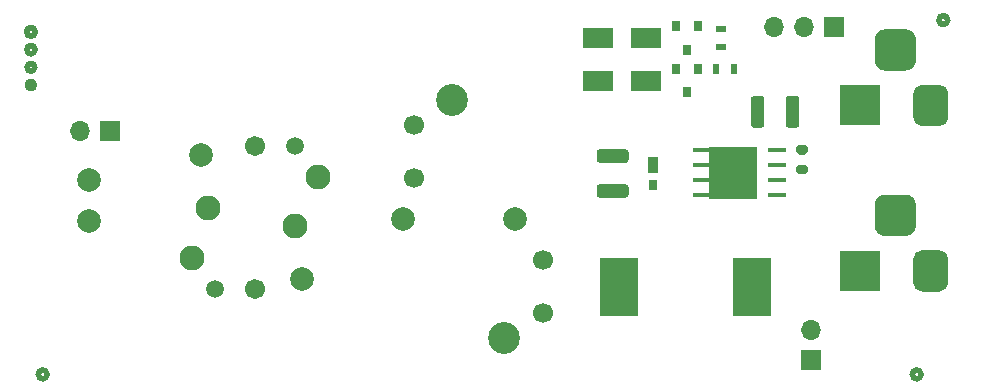
<source format=gts>
G04 #@! TF.GenerationSoftware,KiCad,Pcbnew,(5.1.6-0-10_14)*
G04 #@! TF.CreationDate,2021-11-25T16:37:17+09:00*
G04 #@! TF.ProjectId,peltier+relay,70656c74-6965-4722-9b72-656c61792e6b,rev?*
G04 #@! TF.SameCoordinates,Original*
G04 #@! TF.FileFunction,Soldermask,Top*
G04 #@! TF.FilePolarity,Negative*
%FSLAX46Y46*%
G04 Gerber Fmt 4.6, Leading zero omitted, Abs format (unit mm)*
G04 Created by KiCad (PCBNEW (5.1.6-0-10_14)) date 2021-11-25 16:37:17*
%MOMM*%
%LPD*%
G01*
G04 APERTURE LIST*
%ADD10C,0.475000*%
%ADD11C,0.100000*%
%ADD12R,2.500000X1.800000*%
%ADD13C,2.000000*%
%ADD14R,3.500000X3.500000*%
%ADD15C,2.700000*%
%ADD16C,1.700000*%
%ADD17C,2.108200*%
%ADD18C,2.006600*%
%ADD19C,1.701800*%
%ADD20C,1.498600*%
%ADD21R,0.800000X0.900000*%
%ADD22O,1.700000X1.700000*%
%ADD23R,1.700000X1.700000*%
%ADD24R,0.500000X0.900000*%
%ADD25R,0.900000X0.500000*%
%ADD26R,0.762000X0.863600*%
%ADD27R,0.889000X1.397000*%
%ADD28R,3.250000X5.000000*%
%ADD29R,1.516000X0.457200*%
G04 APERTURE END LIST*
D10*
X100110000Y-88270000D02*
G75*
G03*
X100110000Y-88270000I-300000J0D01*
G01*
X100135000Y-86770000D02*
G75*
G03*
X100135000Y-86770000I-325000J0D01*
G01*
X100160000Y-85270000D02*
G75*
G03*
X100160000Y-85270000I-350000J0D01*
G01*
X177435000Y-82770000D02*
G75*
G03*
X177435000Y-82770000I-375000J0D01*
G01*
X175185000Y-112770000D02*
G75*
G03*
X175185000Y-112770000I-375000J0D01*
G01*
X101185000Y-112770000D02*
G75*
G03*
X101185000Y-112770000I-375000J0D01*
G01*
X100185000Y-83770000D02*
G75*
G03*
X100185000Y-83770000I-375000J0D01*
G01*
D11*
G36*
X157230700Y-97832800D02*
G01*
X161218500Y-97832800D01*
X161218500Y-93514800D01*
X157230700Y-93514800D01*
X157230700Y-97832800D01*
G37*
X157230700Y-97832800D02*
X161218500Y-97832800D01*
X161218500Y-93514800D01*
X157230700Y-93514800D01*
X157230700Y-97832800D01*
D12*
X151860000Y-87890000D03*
X147860000Y-87890000D03*
X151860000Y-84290000D03*
X147860000Y-84290000D03*
D13*
X104750000Y-99770000D03*
X104750000Y-96270000D03*
D14*
X170000000Y-104000000D03*
G36*
G01*
X177500000Y-103000000D02*
X177500000Y-105000000D01*
G75*
G02*
X176750000Y-105750000I-750000J0D01*
G01*
X175250000Y-105750000D01*
G75*
G02*
X174500000Y-105000000I0J750000D01*
G01*
X174500000Y-103000000D01*
G75*
G02*
X175250000Y-102250000I750000J0D01*
G01*
X176750000Y-102250000D01*
G75*
G02*
X177500000Y-103000000I0J-750000D01*
G01*
G37*
G36*
G01*
X174750000Y-98425000D02*
X174750000Y-100175000D01*
G75*
G02*
X173875000Y-101050000I-875000J0D01*
G01*
X172125000Y-101050000D01*
G75*
G02*
X171250000Y-100175000I0J875000D01*
G01*
X171250000Y-98425000D01*
G75*
G02*
X172125000Y-97550000I875000J0D01*
G01*
X173875000Y-97550000D01*
G75*
G02*
X174750000Y-98425000I0J-875000D01*
G01*
G37*
G36*
G01*
X174750000Y-84425000D02*
X174750000Y-86175000D01*
G75*
G02*
X173875000Y-87050000I-875000J0D01*
G01*
X172125000Y-87050000D01*
G75*
G02*
X171250000Y-86175000I0J875000D01*
G01*
X171250000Y-84425000D01*
G75*
G02*
X172125000Y-83550000I875000J0D01*
G01*
X173875000Y-83550000D01*
G75*
G02*
X174750000Y-84425000I0J-875000D01*
G01*
G37*
G36*
G01*
X177500000Y-89000000D02*
X177500000Y-91000000D01*
G75*
G02*
X176750000Y-91750000I-750000J0D01*
G01*
X175250000Y-91750000D01*
G75*
G02*
X174500000Y-91000000I0J750000D01*
G01*
X174500000Y-89000000D01*
G75*
G02*
X175250000Y-88250000I750000J0D01*
G01*
X176750000Y-88250000D01*
G75*
G02*
X177500000Y-89000000I0J-750000D01*
G01*
G37*
X170000000Y-90000000D03*
D15*
X139880000Y-109710000D03*
D16*
X143130000Y-107610000D03*
X143130000Y-103110000D03*
D13*
X140780000Y-99610000D03*
D15*
X135480000Y-89510000D03*
D16*
X132230000Y-91610000D03*
X132230000Y-96110000D03*
D13*
X131280000Y-99610000D03*
D17*
X114830000Y-98720000D03*
D18*
X114230000Y-94220000D03*
D19*
X118780000Y-93420000D03*
D20*
X122180000Y-93420000D03*
D17*
X124130000Y-96070000D03*
X122130000Y-100220000D03*
D18*
X122730000Y-104720000D03*
D19*
X118780000Y-105520000D03*
D20*
X115380000Y-105520000D03*
D17*
X113430000Y-102870000D03*
D21*
X156320000Y-86890000D03*
X154420000Y-86890000D03*
X155370000Y-88890000D03*
X155370000Y-85290000D03*
X154420000Y-83290000D03*
X156320000Y-83290000D03*
D22*
X162690010Y-83330008D03*
X165230010Y-83330008D03*
D23*
X167770010Y-83330008D03*
D24*
X157798960Y-86885400D03*
X159298960Y-86885400D03*
D25*
X158240000Y-85040000D03*
X158240000Y-83540000D03*
D22*
X103940000Y-92160000D03*
D23*
X106480000Y-92160000D03*
G36*
G01*
X160768700Y-91643001D02*
X160768700Y-89442999D01*
G75*
G02*
X161018699Y-89193000I249999J0D01*
G01*
X161668701Y-89193000D01*
G75*
G02*
X161918700Y-89442999I0J-249999D01*
G01*
X161918700Y-91643001D01*
G75*
G02*
X161668701Y-91893000I-249999J0D01*
G01*
X161018699Y-91893000D01*
G75*
G02*
X160768700Y-91643001I0J249999D01*
G01*
G37*
G36*
G01*
X163718700Y-91643001D02*
X163718700Y-89442999D01*
G75*
G02*
X163968699Y-89193000I249999J0D01*
G01*
X164618701Y-89193000D01*
G75*
G02*
X164868700Y-89442999I0J-249999D01*
G01*
X164868700Y-91643001D01*
G75*
G02*
X164618701Y-91893000I-249999J0D01*
G01*
X163968699Y-91893000D01*
G75*
G02*
X163718700Y-91643001I0J249999D01*
G01*
G37*
G36*
G01*
X147964599Y-96665240D02*
X150164601Y-96665240D01*
G75*
G02*
X150414600Y-96915239I0J-249999D01*
G01*
X150414600Y-97565241D01*
G75*
G02*
X150164601Y-97815240I-249999J0D01*
G01*
X147964599Y-97815240D01*
G75*
G02*
X147714600Y-97565241I0J249999D01*
G01*
X147714600Y-96915239D01*
G75*
G02*
X147964599Y-96665240I249999J0D01*
G01*
G37*
G36*
G01*
X147964599Y-93715240D02*
X150164601Y-93715240D01*
G75*
G02*
X150414600Y-93965239I0J-249999D01*
G01*
X150414600Y-94615241D01*
G75*
G02*
X150164601Y-94865240I-249999J0D01*
G01*
X147964599Y-94865240D01*
G75*
G02*
X147714600Y-94615241I0J249999D01*
G01*
X147714600Y-93965239D01*
G75*
G02*
X147964599Y-93715240I249999J0D01*
G01*
G37*
D26*
X152498680Y-96771080D03*
D27*
X152498680Y-95005780D03*
D22*
X165879400Y-108996100D03*
D23*
X165879400Y-111536100D03*
D28*
X160861800Y-105402000D03*
X149611800Y-105402000D03*
D29*
X156625100Y-97578800D03*
X156625100Y-96308800D03*
X156625100Y-95038800D03*
X156625100Y-93768800D03*
X162967100Y-93768800D03*
X162967100Y-95038800D03*
X162967100Y-96308800D03*
X162967100Y-97578800D03*
G36*
G01*
X164829700Y-93356600D02*
X165379700Y-93356600D01*
G75*
G02*
X165579700Y-93556600I0J-200000D01*
G01*
X165579700Y-93956600D01*
G75*
G02*
X165379700Y-94156600I-200000J0D01*
G01*
X164829700Y-94156600D01*
G75*
G02*
X164629700Y-93956600I0J200000D01*
G01*
X164629700Y-93556600D01*
G75*
G02*
X164829700Y-93356600I200000J0D01*
G01*
G37*
G36*
G01*
X164829700Y-95006600D02*
X165379700Y-95006600D01*
G75*
G02*
X165579700Y-95206600I0J-200000D01*
G01*
X165579700Y-95606600D01*
G75*
G02*
X165379700Y-95806600I-200000J0D01*
G01*
X164829700Y-95806600D01*
G75*
G02*
X164629700Y-95606600I0J200000D01*
G01*
X164629700Y-95206600D01*
G75*
G02*
X164829700Y-95006600I200000J0D01*
G01*
G37*
M02*

</source>
